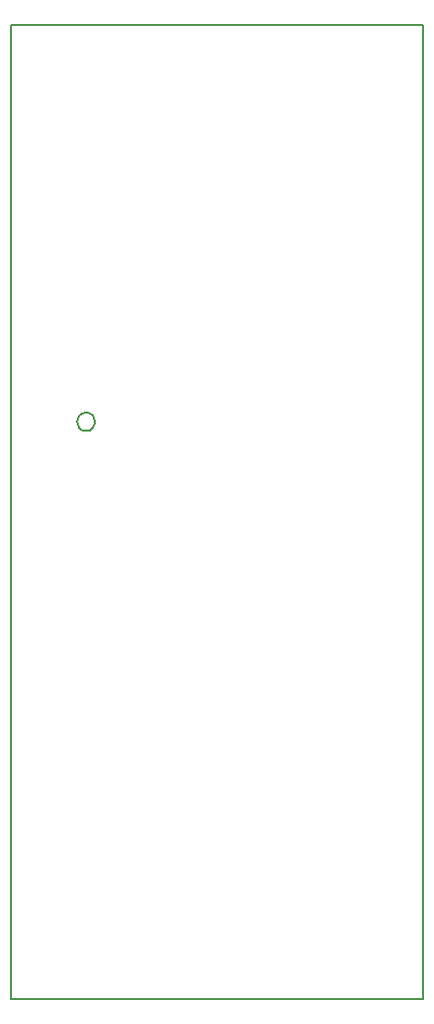
<source format=gbo>
G04 #@! TF.GenerationSoftware,KiCad,Pcbnew,(5.1.4)-1*
G04 #@! TF.CreationDate,2021-01-28T08:03:07-07:00*
G04 #@! TF.ProjectId,robot,726f626f-742e-46b6-9963-61645f706362,rev?*
G04 #@! TF.SameCoordinates,Original*
G04 #@! TF.FileFunction,Legend,Bot*
G04 #@! TF.FilePolarity,Positive*
%FSLAX46Y46*%
G04 Gerber Fmt 4.6, Leading zero omitted, Abs format (unit mm)*
G04 Created by KiCad (PCBNEW (5.1.4)-1) date 2021-01-28 08:03:07*
%MOMM*%
%LPD*%
G04 APERTURE LIST*
%ADD10C,0.150000*%
G04 APERTURE END LIST*
D10*
X95885000Y-93980000D02*
X95885000Y-101600000D01*
X130810000Y-93980000D02*
X130810000Y-101600000D01*
X95885000Y-19050000D02*
X130810000Y-19050000D01*
X130810000Y-93980000D02*
X130810000Y-77470000D01*
X95885000Y-101600000D02*
X130810000Y-101600000D01*
X95885000Y-77470000D02*
X95885000Y-93980000D01*
X95885000Y-19050000D02*
X95885000Y-77470000D01*
X130810000Y-19050000D02*
X130810000Y-77470000D01*
X102235000Y-51930000D02*
X102235000Y-51930000D01*
X102235000Y-53480000D02*
X102235000Y-53480000D01*
X102235000Y-51930000D02*
G75*
G03X102235000Y-53480000I0J-775000D01*
G01*
X102235000Y-53480000D02*
G75*
G03X102235000Y-51930000I0J775000D01*
G01*
M02*

</source>
